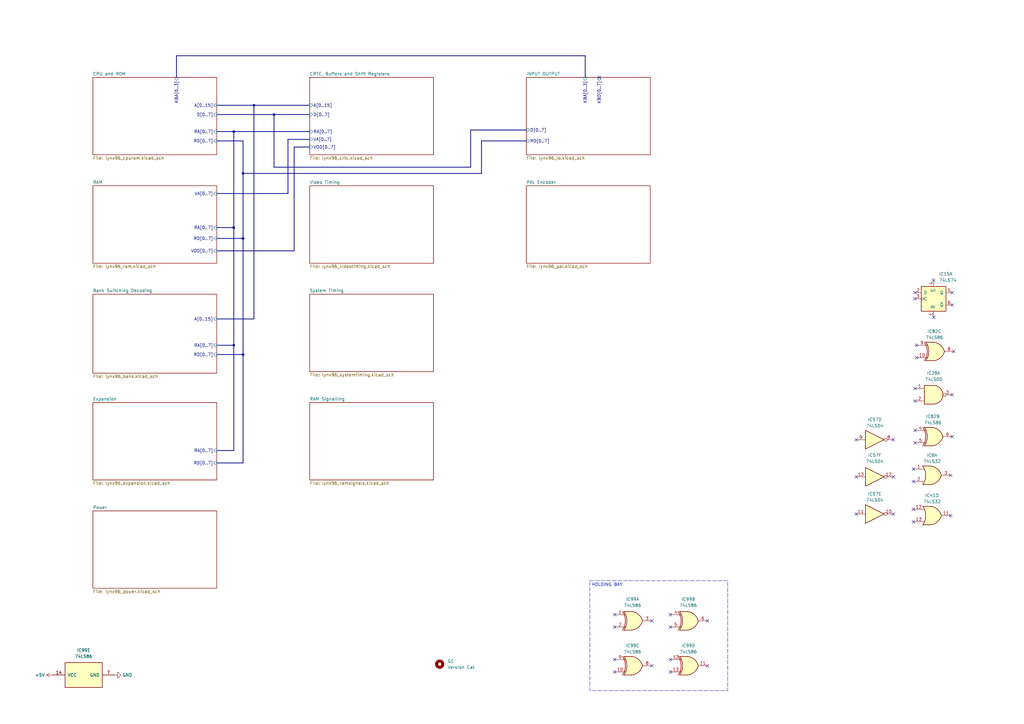
<source format=kicad_sch>
(kicad_sch (version 20230121) (generator eeschema)
  (paper "A3")
  (lib_symbols
    (symbol "74xx:74LS00" (pin_names (offset 1.016))
      (property "Reference" "U" (at 0 1.27 0))
      (property "Value" "74LS00" (at 0 -1.27 0))
      (symbol "74LS00_1_1"
        (arc (start 0 -3.81) (mid 3.7934 0) (end 0 3.81) (stroke (width 0.254)) (fill (type background)))
        (polyline (pts (xy 0 3.81) (xy -3.81 3.81) (xy -3.81 -3.81) (xy 0 -3.81)) (stroke (width 0.254)) (fill (type background)))
        (pin input line (at -7.62 2.54 0) (length 3.81) (name "~") (number "1"))
        (pin input line (at -7.62 -2.54 0) (length 3.81) (name "~") (number "2"))
        (pin output inverted (at 7.62 0 180) (length 3.81) (name "~") (number "3"))
      )
      (symbol "74LS00_1_2"
        (arc (start -3.81 -3.81) (mid -2.589 0) (end -3.81 3.81) (stroke (width 0.254)))
        (arc (start -0.6096 -3.81) (mid 2.1842 -2.5851) (end 3.81 0) (stroke (width 0.254)) (fill (type background)))
        (polyline (pts (xy -3.81 -3.81) (xy -0.635 -3.81)) (stroke (width 0.254)) (fill (type background)))
        (polyline (pts (xy -3.81 3.81) (xy -0.635 3.81)) (stroke (width 0.254)) (fill (type background)))
        (polyline (pts (xy -0.635 3.81) (xy -3.81 3.81) (xy -3.81 3.81) (xy -3.556 3.4036) (xy -3.0226 2.2606) (xy -2.6924 1.0414) (xy -2.6162 -0.254) (xy -2.7686 -1.4986) (xy -3.175 -2.7178) (xy -3.81 -3.81) (xy -3.81 -3.81) (xy -0.635 -3.81)) (stroke (width -25.4)) (fill (type background)))
        (arc (start 3.81 0) (mid 2.1915 2.5936) (end -0.6096 3.81) (stroke (width 0.254)) (fill (type background)))
        (pin input inverted (at -7.62 2.54 0) (length 4.318) (name "~") (number "1"))
        (pin input inverted (at -7.62 -2.54 0) (length 4.318) (name "~") (number "2"))
        (pin output line (at 7.62 0 180) (length 3.81) (name "~") (number "3"))
      )
      (symbol "74LS00_2_1"
        (arc (start 0 -3.81) (mid 3.7934 0) (end 0 3.81) (stroke (width 0.254)) (fill (type background)))
        (polyline (pts (xy 0 3.81) (xy -3.81 3.81) (xy -3.81 -3.81) (xy 0 -3.81)) (stroke (width 0.254)) (fill (type background)))
        (pin input line (at -7.62 2.54 0) (length 3.81) (name "~") (number "4"))
        (pin input line (at -7.62 -2.54 0) (length 3.81) (name "~") (number "5"))
        (pin output inverted (at 7.62 0 180) (length 3.81) (name "~") (number "6"))
      )
      (symbol "74LS00_2_2"
        (arc (start -3.81 -3.81) (mid -2.589 0) (end -3.81 3.81) (stroke (width 0.254)))
        (arc (start -0.6096 -3.81) (mid 2.1842 -2.5851) (end 3.81 0) (stroke (width 0.254)) (fill (type background)))
        (polyline (pts (xy -3.81 -3.81) (xy -0.635 -3.81)) (stroke (width 0.254)) (fill (type background)))
        (polyline (pts (xy -3.81 3.81) (xy -0.635 3.81)) (stroke (width 0.254)) (fill (type background)))
        (polyline (pts (xy -0.635 3.81) (xy -3.81 3.81) (xy -3.81 3.81) (xy -3.556 3.4036) (xy -3.0226 2.2606) (xy -2.6924 1.0414) (xy -2.6162 -0.254) (xy -2.7686 -1.4986) (xy -3.175 -2.7178) (xy -3.81 -3.81) (xy -3.81 -3.81) (xy -0.635 -3.81)) (stroke (width -25.4)) (fill (type background)))
        (arc (start 3.81 0) (mid 2.1915 2.5936) (end -0.6096 3.81) (stroke (width 0.254)) (fill (type background)))
        (pin input inverted (at -7.62 2.54 0) (length 4.318) (name "~") (number "4"))
        (pin input inverted (at -7.62 -2.54 0) (length 4.318) (name "~") (number "5"))
        (pin output line (at 7.62 0 180) (length 3.81) (name "~") (number "6"))
      )
      (symbol "74LS00_3_1"
        (arc (start 0 -3.81) (mid 3.7934 0) (end 0 3.81) (stroke (width 0.254)) (fill (type background)))
        (polyline (pts (xy 0 3.81) (xy -3.81 3.81) (xy -3.81 -3.81) (xy 0 -3.81)) (stroke (width 0.254)) (fill (type background)))
        (pin input line (at -7.62 -2.54 0) (length 3.81) (name "~") (number "10"))
        (pin output inverted (at 7.62 0 180) (length 3.81) (name "~") (number "8"))
        (pin input line (at -7.62 2.54 0) (length 3.81) (name "~") (number "9"))
      )
      (symbol "74LS00_3_2"
        (arc (start -3.81 -3.81) (mid -2.589 0) (end -3.81 3.81) (stroke (width 0.254)))
        (arc (start -0.6096 -3.81) (mid 2.1842 -2.5851) (end 3.81 0) (stroke (width 0.254)) (fill (type background)))
        (polyline (pts (xy -3.81 -3.81) (xy -0.635 -3.81)) (stroke (width 0.254)) (fill (type background)))
        (polyline (pts (xy -3.81 3.81) (xy -0.635 3.81)) (stroke (width 0.254)) (fill (type background)))
        (polyline (pts (xy -0.635 3.81) (xy -3.81 3.81) (xy -3.81 3.81) (xy -3.556 3.4036) (xy -3.0226 2.2606) (xy -2.6924 1.0414) (xy -2.6162 -0.254) (xy -2.7686 -1.4986) (xy -3.175 -2.7178) (xy -3.81 -3.81) (xy -3.81 -3.81) (xy -0.635 -3.81)) (stroke (width -25.4)) (fill (type background)))
        (arc (start 3.81 0) (mid 2.1915 2.5936) (end -0.6096 3.81) (stroke (width 0.254)) (fill (type background)))
        (pin input inverted (at -7.62 -2.54 0) (length 4.318) (name "~") (number "10"))
        (pin output line (at 7.62 0 180) (length 3.81) (name "~") (number "8"))
        (pin input inverted (at -7.62 2.54 0) (length 4.318) (name "~") (number "9"))
      )
      (symbol "74LS00_4_1"
        (arc (start 0 -3.81) (mid 3.7934 0) (end 0 3.81) (stroke (width 0.254)) (fill (type background)))
        (polyline (pts (xy 0 3.81) (xy -3.81 3.81) (xy -3.81 -3.81) (xy 0 -3.81)) (stroke (width 0.254)) (fill (type background)))
        (pin output inverted (at 7.62 0 180) (length 3.81) (name "~") (number "11"))
        (pin input line (at -7.62 2.54 0) (length 3.81) (name "~") (number "12"))
        (pin input line (at -7.62 -2.54 0) (length 3.81) (name "~") (number "13"))
      )
      (symbol "74LS00_4_2"
        (arc (start -3.81 -3.81) (mid -2.589 0) (end -3.81 3.81) (stroke (width 0.254)))
        (arc (start -0.6096 -3.81) (mid 2.1842 -2.5851) (end 3.81 0) (stroke (width 0.254)) (fill (type background)))
        (polyline (pts (xy -3.81 -3.81) (xy -0.635 -3.81)) (stroke (width 0.254)) (fill (type background)))
        (polyline (pts (xy -3.81 3.81) (xy -0.635 3.81)) (stroke (width 0.254)) (fill (type background)))
        (polyline (pts (xy -0.635 3.81) (xy -3.81 3.81) (xy -3.81 3.81) (xy -3.556 3.4036) (xy -3.0226 2.2606) (xy -2.6924 1.0414) (xy -2.6162 -0.254) (xy -2.7686 -1.4986) (xy -3.175 -2.7178) (xy -3.81 -3.81) (xy -3.81 -3.81) (xy -0.635 -3.81)) (stroke (width -25.4)) (fill (type background)))
        (arc (start 3.81 0) (mid 2.1915 2.5936) (end -0.6096 3.81) (stroke (width 0.254)) (fill (type background)))
        (pin output line (at 7.62 0 180) (length 3.81) (name "~") (number "11"))
        (pin input inverted (at -7.62 2.54 0) (length 4.318) (name "~") (number "12"))
        (pin input inverted (at -7.62 -2.54 0) (length 4.318) (name "~") (number "13"))
      )
      (symbol "74LS00_5_0"
        (pin power_in line (at 0 12.7 270) (length 5.08) (name "VCC") (number "14"))
        (pin power_in line (at 0 -12.7 90) (length 5.08) (name "GND") (number "7"))
      )
      (symbol "74LS00_5_1"
        (rectangle (start -5.08 7.62) (end 5.08 -7.62) (stroke (width 0.254)) (fill (type background)))
      )
    )
    (symbol "74xx:74LS04"
      (property "Reference" "U" (at 0 1.27 0))
      (property "Value" "74LS04" (at 0 -1.27 0))
      (symbol "74LS04_1_0"
        (polyline (pts (xy -3.81 3.81) (xy -3.81 -3.81) (xy 3.81 0) (xy -3.81 3.81)) (stroke (width 0.254)) (fill (type background)))
        (pin input line (at -7.62 0 0) (length 3.81) (name "~") (number "1"))
        (pin output inverted (at 7.62 0 180) (length 3.81) (name "~") (number "2"))
      )
      (symbol "74LS04_2_0"
        (polyline (pts (xy -3.81 3.81) (xy -3.81 -3.81) (xy 3.81 0) (xy -3.81 3.81)) (stroke (width 0.254)) (fill (type background)))
        (pin input line (at -7.62 0 0) (length 3.81) (name "~") (number "3"))
        (pin output inverted (at 7.62 0 180) (length 3.81) (name "~") (number "4"))
      )
      (symbol "74LS04_3_0"
        (polyline (pts (xy -3.81 3.81) (xy -3.81 -3.81) (xy 3.81 0) (xy -3.81 3.81)) (stroke (width 0.254)) (fill (type background)))
        (pin input line (at -7.62 0 0) (length 3.81) (name "~") (number "5"))
        (pin output inverted (at 7.62 0 180) (length 3.81) (name "~") (number "6"))
      )
      (symbol "74LS04_4_0"
        (polyline (pts (xy -3.81 3.81) (xy -3.81 -3.81) (xy 3.81 0) (xy -3.81 3.81)) (stroke (width 0.254)) (fill (type background)))
        (pin output inverted (at 7.62 0 180) (length 3.81) (name "~") (number "8"))
        (pin input line (at -7.62 0 0) (length 3.81) (name "~") (number "9"))
      )
      (symbol "74LS04_5_0"
        (polyline (pts (xy -3.81 3.81) (xy -3.81 -3.81) (xy 3.81 0) (xy -3.81 3.81)) (stroke (width 0.254)) (fill (type background)))
        (pin output inverted (at 7.62 0 180) (length 3.81) (name "~") (number "10"))
        (pin input line (at -7.62 0 0) (length 3.81) (name "~") (number "11"))
      )
      (symbol "74LS04_6_0"
        (polyline (pts (xy -3.81 3.81) (xy -3.81 -3.81) (xy 3.81 0) (xy -3.81 3.81)) (stroke (width 0.254)) (fill (type background)))
        (pin output inverted (at 7.62 0 180) (length 3.81) (name "~") (number "12"))
        (pin input line (at -7.62 0 0) (length 3.81) (name "~") (number "13"))
      )
      (symbol "74LS04_7_0"
        (pin power_in line (at 0 12.7 270) (length 5.08) (name "VCC") (number "14"))
        (pin power_in line (at 0 -12.7 90) (length 5.08) (name "GND") (number "7"))
      )
      (symbol "74LS04_7_1"
        (rectangle (start -5.08 7.62) (end 5.08 -7.62) (stroke (width 0.254)) (fill (type background)))
      )
    )
    (symbol "74xx:74LS32" (pin_names (offset 1.016))
      (property "Reference" "U" (at 0 1.27 0))
      (property "Value" "74LS32" (at 0 -1.27 0))
      (symbol "74LS32_1_1"
        (arc (start -3.81 -3.81) (mid -2.589 0) (end -3.81 3.81) (stroke (width 0.254)))
        (arc (start -0.6096 -3.81) (mid 2.1842 -2.5851) (end 3.81 0) (stroke (width 0.254)) (fill (type background)))
        (polyline (pts (xy -3.81 -3.81) (xy -0.635 -3.81)) (stroke (width 0.254)) (fill (type background)))
        (polyline (pts (xy -3.81 3.81) (xy -0.635 3.81)) (stroke (width 0.254)) (fill (type background)))
        (polyline (pts (xy -0.635 3.81) (xy -3.81 3.81) (xy -3.81 3.81) (xy -3.556 3.4036) (xy -3.0226 2.2606) (xy -2.6924 1.0414) (xy -2.6162 -0.254) (xy -2.7686 -1.4986) (xy -3.175 -2.7178) (xy -3.81 -3.81) (xy -3.81 -3.81) (xy -0.635 -3.81)) (stroke (width -25.4)) (fill (type background)))
        (arc (start 3.81 0) (mid 2.1915 2.5936) (end -0.6096 3.81) (stroke (width 0.254)) (fill (type background)))
        (pin input line (at -7.62 2.54 0) (length 4.318) (name "~") (number "1"))
        (pin input line (at -7.62 -2.54 0) (length 4.318) (name "~") (number "2"))
        (pin output line (at 7.62 0 180) (length 3.81) (name "~") (number "3"))
      )
      (symbol "74LS32_1_2"
        (arc (start 0 -3.81) (mid 3.7934 0) (end 0 3.81) (stroke (width 0.254)) (fill (type background)))
        (polyline (pts (xy 0 3.81) (xy -3.81 3.81) (xy -3.81 -3.81) (xy 0 -3.81)) (stroke (width 0.254)) (fill (type background)))
        (pin input inverted (at -7.62 2.54 0) (length 3.81) (name "~") (number "1"))
        (pin input inverted (at -7.62 -2.54 0) (length 3.81) (name "~") (number "2"))
        (pin output inverted (at 7.62 0 180) (length 3.81) (name "~") (number "3"))
      )
      (symbol "74LS32_2_1"
        (arc (start -3.81 -3.81) (mid -2.589 0) (end -3.81 3.81) (stroke (width 0.254)))
        (arc (start -0.6096 -3.81) (mid 2.1842 -2.5851) (end 3.81 0) (stroke (width 0.254)) (fill (type background)))
        (polyline (pts (xy -3.81 -3.81) (xy -0.635 -3.81)) (stroke (width 0.254)) (fill (type background)))
        (polyline (pts (xy -3.81 3.81) (xy -0.635 3.81)) (stroke (width 0.254)) (fill (type background)))
        (polyline (pts (xy -0.635 3.81) (xy -3.81 3.81) (xy -3.81 3.81) (xy -3.556 3.4036) (xy -3.0226 2.2606) (xy -2.6924 1.0414) (xy -2.6162 -0.254) (xy -2.7686 -1.4986) (xy -3.175 -2.7178) (xy -3.81 -3.81) (xy -3.81 -3.81) (xy -0.635 -3.81)) (stroke (width -25.4)) (fill (type background)))
        (arc (start 3.81 0) (mid 2.1915 2.5936) (end -0.6096 3.81) (stroke (width 0.254)) (fill (type background)))
        (pin input line (at -7.62 2.54 0) (length 4.318) (name "~") (number "4"))
        (pin input line (at -7.62 -2.54 0) (length 4.318) (name "~") (number "5"))
        (pin output line (at 7.62 0 180) (length 3.81) (name "~") (number "6"))
      )
      (symbol "74LS32_2_2"
        (arc (start 0 -3.81) (mid 3.7934 0) (end 0 3.81) (stroke (width 0.254)) (fill (type background)))
        (polyline (pts (xy 0 3.81) (xy -3.81 3.81) (xy -3.81 -3.81) (xy 0 -3.81)) (stroke (width 0.254)) (fill (type background)))
        (pin input inverted (at -7.62 2.54 0) (length 3.81) (name "~") (number "4"))
        (pin input inverted (at -7.62 -2.54 0) (length 3.81) (name "~") (number "5"))
        (pin output inverted (at 7.62 0 180) (length 3.81) (name "~") (number "6"))
      )
      (symbol "74LS32_3_1"
        (arc (start -3.81 -3.81) (mid -2.589 0) (end -3.81 3.81) (stroke (width 0.254)))
        (arc (start -0.6096 -3.81) (mid 2.1842 -2.5851) (end 3.81 0) (stroke (width 0.254)) (fill (type background)))
        (polyline (pts (xy -3.81 -3.81) (xy -0.635 -3.81)) (stroke (width 0.254)) (fill (type background)))
        (polyline (pts (xy -3.81 3.81) (xy -0.635 3.81)) (stroke (width 0.254)) (fill (type background)))
        (polyline (pts (xy -0.635 3.81) (xy -3.81 3.81) (xy -3.81 3.81) (xy -3.556 3.4036) (xy -3.0226 2.2606) (xy -2.6924 1.0414) (xy -2.6162 -0.254) (xy -2.7686 -1.4986) (xy -3.175 -2.7178) (xy -3.81 -3.81) (xy -3.81 -3.81) (xy -0.635 -3.81)) (stroke (width -25.4)) (fill (type background)))
        (arc (start 3.81 0) (mid 2.1915 2.5936) (end -0.6096 3.81) (stroke (width 0.254)) (fill (type background)))
        (pin input line (at -7.62 -2.54 0) (length 4.318) (name "~") (number "10"))
        (pin output line (at 7.62 0 180) (length 3.81) (name "~") (number "8"))
        (pin input line (at -7.62 2.54 0) (length 4.318) (name "~") (number "9"))
      )
      (symbol "74LS32_3_2"
        (arc (start 0 -3.81) (mid 3.7934 0) (end 0 3.81) (stroke (width 0.254)) (fill (type background)))
        (polyline (pts (xy 0 3.81) (xy -3.81 3.81) (xy -3.81 -3.81) (xy 0 -3.81)) (stroke (width 0.254)) (fill (type background)))
        (pin input inverted (at -7.62 -2.54 0) (length 3.81) (name "~") (number "10"))
        (pin output inverted (at 7.62 0 180) (length 3.81) (name "~") (number "8"))
        (pin input inverted (at -7.62 2.54 0) (length 3.81) (name "~") (number "9"))
      )
      (symbol "74LS32_4_1"
        (arc (start -3.81 -3.81) (mid -2.589 0) (end -3.81 3.81) (stroke (width 0.254)))
        (arc (start -0.6096 -3.81) (mid 2.1842 -2.5851) (end 3.81 0) (stroke (width 0.254)) (fill (type background)))
        (polyline (pts (xy -3.81 -3.81) (xy -0.635 -3.81)) (stroke (width 0.254)) (fill (type background)))
        (polyline (pts (xy -3.81 3.81) (xy -0.635 3.81)) (stroke (width 0.254)) (fill (type background)))
        (polyline (pts (xy -0.635 3.81) (xy -3.81 3.81) (xy -3.81 3.81) (xy -3.556 3.4036) (xy -3.0226 2.2606) (xy -2.6924 1.0414) (xy -2.6162 -0.254) (xy -2.7686 -1.4986) (xy -3.175 -2.7178) (xy -3.81 -3.81) (xy -3.81 -3.81) (xy -0.635 -3.81)) (stroke (width -25.4)) (fill (type background)))
        (arc (start 3.81 0) (mid 2.1915 2.5936) (end -0.6096 3.81) (stroke (width 0.254)) (fill (type background)))
        (pin output line (at 7.62 0 180) (length 3.81) (name "~") (number "11"))
        (pin input line (at -7.62 2.54 0) (length 4.318) (name "~") (number "12"))
        (pin input line (at -7.62 -2.54 0) (length 4.318) (name "~") (number "13"))
      )
      (symbol "74LS32_4_2"
        (arc (start 0 -3.81) (mid 3.7934 0) (end 0 3.81) (stroke (width 0.254)) (fill (type background)))
        (polyline (pts (xy 0 3.81) (xy -3.81 3.81) (xy -3.81 -3.81) (xy 0 -3.81)) (stroke (width 0.254)) (fill (type background)))
        (pin output inverted (at 7.62 0 180) (length 3.81) (name "~") (number "11"))
        (pin input inverted (at -7.62 2.54 0) (length 3.81) (name "~") (number "12"))
        (pin input inverted (at -7.62 -2.54 0) (length 3.81) (name "~") (number "13"))
      )
      (symbol "74LS32_5_0"
        (pin power_in line (at 0 12.7 270) (length 5.08) (name "VCC") (number "14"))
        (pin power_in line (at 0 -12.7 90) (length 5.08) (name "GND") (number "7"))
      )
      (symbol "74LS32_5_1"
        (rectangle (start -5.08 7.62) (end 5.08 -7.62) (stroke (width 0.254)) (fill (type background)))
      )
    )
    (symbol "74xx:74LS74" (pin_names (offset 1.016))
      (property "Reference" "U" (at -7.62 8.89 0))
      (property "Value" "74LS74" (at -7.62 -8.89 0))
      (symbol "74LS74_1_0"
        (pin input line (at 0 -7.62 90) (length 2.54) (name "~{R}") (number "1"))
        (pin input line (at -7.62 2.54 0) (length 2.54) (name "D") (number "2"))
        (pin input clock (at -7.62 0 0) (length 2.54) (name "C") (number "3"))
        (pin input line (at 0 7.62 270) (length 2.54) (name "~{S}") (number "4"))
        (pin output line (at 7.62 2.54 180) (length 2.54) (name "Q") (number "5"))
        (pin output line (at 7.62 -2.54 180) (length 2.54) (name "~{Q}") (number "6"))
      )
      (symbol "74LS74_1_1"
        (rectangle (start -5.08 5.08) (end 5.08 -5.08) (stroke (width 0.254)) (fill (type background)))
      )
      (symbol "74LS74_2_0"
        (pin input line (at 0 7.62 270) (length 2.54) (name "~{S}") (number "10"))
        (pin input clock (at -7.62 0 0) (length 2.54) (name "C") (number "11"))
        (pin input line (at -7.62 2.54 0) (length 2.54) (name "D") (number "12"))
        (pin input line (at 0 -7.62 90) (length 2.54) (name "~{R}") (number "13"))
        (pin output line (at 7.62 -2.54 180) (length 2.54) (name "~{Q}") (number "8"))
        (pin output line (at 7.62 2.54 180) (length 2.54) (name "Q") (number "9"))
      )
      (symbol "74LS74_2_1"
        (rectangle (start -5.08 5.08) (end 5.08 -5.08) (stroke (width 0.254)) (fill (type background)))
      )
      (symbol "74LS74_3_0"
        (pin power_in line (at 0 10.16 270) (length 2.54) (name "VCC") (number "14"))
        (pin power_in line (at 0 -10.16 90) (length 2.54) (name "GND") (number "7"))
      )
      (symbol "74LS74_3_1"
        (rectangle (start -5.08 7.62) (end 5.08 -7.62) (stroke (width 0.254)) (fill (type background)))
      )
    )
    (symbol "74xx:74LS86" (pin_names (offset 1.016))
      (property "Reference" "U" (at 0 1.27 0))
      (property "Value" "74LS86" (at 0 -1.27 0))
      (symbol "74LS86_1_0"
        (arc (start -4.4196 -3.81) (mid -3.2033 0) (end -4.4196 3.81) (stroke (width 0.254)))
        (arc (start -3.81 -3.81) (mid -2.589 0) (end -3.81 3.81) (stroke (width 0.254)))
        (arc (start -0.6096 -3.81) (mid 2.1842 -2.5851) (end 3.81 0) (stroke (width 0.254)) (fill (type background)))
        (polyline (pts (xy -3.81 -3.81) (xy -0.635 -3.81)) (stroke (width 0.254)) (fill (type background)))
        (polyline (pts (xy -3.81 3.81) (xy -0.635 3.81)) (stroke (width 0.254)) (fill (type background)))
        (polyline (pts (xy -0.635 3.81) (xy -3.81 3.81) (xy -3.81 3.81) (xy -3.556 3.4036) (xy -3.0226 2.2606) (xy -2.6924 1.0414) (xy -2.6162 -0.254) (xy -2.7686 -1.4986) (xy -3.175 -2.7178) (xy -3.81 -3.81) (xy -3.81 -3.81) (xy -0.635 -3.81)) (stroke (width -25.4)) (fill (type background)))
        (arc (start 3.81 0) (mid 2.1915 2.5936) (end -0.6096 3.81) (stroke (width 0.254)) (fill (type background)))
        (pin input line (at -7.62 2.54 0) (length 4.445) (name "~") (number "1"))
        (pin input line (at -7.62 -2.54 0) (length 4.445) (name "~") (number "2"))
        (pin output line (at 7.62 0 180) (length 3.81) (name "~") (number "3"))
      )
      (symbol "74LS86_1_1"
        (polyline (pts (xy -3.81 -2.54) (xy -3.175 -2.54)) (stroke (width 0.1524)))
        (polyline (pts (xy -3.81 2.54) (xy -3.175 2.54)) (stroke (width 0.1524)))
      )
      (symbol "74LS86_2_0"
        (arc (start -4.4196 -3.81) (mid -3.2033 0) (end -4.4196 3.81) (stroke (width 0.254)))
        (arc (start -3.81 -3.81) (mid -2.589 0) (end -3.81 3.81) (stroke (width 0.254)))
        (arc (start -0.6096 -3.81) (mid 2.1842 -2.5851) (end 3.81 0) (stroke (width 0.254)) (fill (type background)))
        (polyline (pts (xy -3.81 -3.81) (xy -0.635 -3.81)) (stroke (width 0.254)) (fill (type background)))
        (polyline (pts (xy -3.81 3.81) (xy -0.635 3.81)) (stroke (width 0.254)) (fill (type background)))
        (polyline (pts (xy -0.635 3.81) (xy -3.81 3.81) (xy -3.81 3.81) (xy -3.556 3.4036) (xy -3.0226 2.2606) (xy -2.6924 1.0414) (xy -2.6162 -0.254) (xy -2.7686 -1.4986) (xy -3.175 -2.7178) (xy -3.81 -3.81) (xy -3.81 -3.81) (xy -0.635 -3.81)) (stroke (width -25.4)) (fill (type background)))
        (arc (start 3.81 0) (mid 2.1915 2.5936) (end -0.6096 3.81) (stroke (width 0.254)) (fill (type background)))
        (pin input line (at -7.62 2.54 0) (length 4.445) (name "~") (number "4"))
        (pin input line (at -7.62 -2.54 0) (length 4.445) (name "~") (number "5"))
        (pin output line (at 7.62 0 180) (length 3.81) (name "~") (number "6"))
      )
      (symbol "74LS86_2_1"
        (polyline (pts (xy -3.81 -2.54) (xy -3.175 -2.54)) (stroke (width 0.1524)))
        (polyline (pts (xy -3.81 2.54) (xy -3.175 2.54)) (stroke (width 0.1524)))
      )
      (symbol "74LS86_3_0"
        (arc (start -4.4196 -3.81) (mid -3.2033 0) (end -4.4196 3.81) (stroke (width 0.254)))
        (arc (start -3.81 -3.81) (mid -2.589 0) (end -3.81 3.81) (stroke (width 0.254)))
        (arc (start -0.6096 -3.81) (mid 2.1842 -2.5851) (end 3.81 0) (stroke (width 0.254)) (fill (type background)))
        (polyline (pts (xy -3.81 -3.81) (xy -0.635 -3.81)) (stroke (width 0.254)) (fill (type background)))
        (polyline (pts (xy -3.81 3.81) (xy -0.635 3.81)) (stroke (width 0.254)) (fill (type background)))
        (polyline (pts (xy -0.635 3.81) (xy -3.81 3.81) (xy -3.81 3.81) (xy -3.556 3.4036) (xy -3.0226 2.2606) (xy -2.6924 1.0414) (xy -2.6162 -0.254) (xy -2.7686 -1.4986) (xy -3.175 -2.7178) (xy -3.81 -3.81) (xy -3.81 -3.81) (xy -0.635 -3.81)) (stroke (width -25.4)) (fill (type background)))
        (arc (start 3.81 0) (mid 2.1915 2.5936) (end -0.6096 3.81) (stroke (width 0.254)) (fill (type background)))
        (pin input line (at -7.62 -2.54 0) (length 4.445) (name "~") (number "10"))
        (pin output line (at 7.62 0 180) (length 3.81) (name "~") (number "8"))
        (pin input line (at -7.62 2.54 0) (length 4.445) (name "~") (number "9"))
      )
      (symbol "74LS86_3_1"
        (polyline (pts (xy -3.81 -2.54) (xy -3.175 -2.54)) (stroke (width 0.1524)))
        (polyline (pts (xy -3.81 2.54) (xy -3.175 2.54)) (stroke (width 0.1524)))
      )
      (symbol "74LS86_4_0"
        (arc (start -4.4196 -3.81) (mid -3.2033 0) (end -4.4196 3.81) (stroke (width 0.254)))
        (arc (start -3.81 -3.81) (mid -2.589 0) (end -3.81 3.81) (stroke (width 0.254)))
        (arc (start -0.6096 -3.81) (mid 2.1842 -2.5851) (end 3.81 0) (stroke (width 0.254)) (fill (type background)))
        (polyline (pts (xy -3.81 -3.81) (xy -0.635 -3.81)) (stroke (width 0.254)) (fill (type background)))
        (polyline (pts (xy -3.81 3.81) (xy -0.635 3.81)) (stroke (width 0.254)) (fill (type background)))
        (polyline (pts (xy -0.635 3.81) (xy -3.81 3.81) (xy -3.81 3.81) (xy -3.556 3.4036) (xy -3.0226 2.2606) (xy -2.6924 1.0414) (xy -2.6162 -0.254) (xy -2.7686 -1.4986) (xy -3.175 -2.7178) (xy -3.81 -3.81) (xy -3.81 -3.81) (xy -0.635 -3.81)) (stroke (width -25.4)) (fill (type background)))
        (arc (start 3.81 0) (mid 2.1915 2.5936) (end -0.6096 3.81) (stroke (width 0.254)) (fill (type background)))
        (pin output line (at 7.62 0 180) (length 3.81) (name "~") (number "11"))
        (pin input line (at -7.62 2.54 0) (length 4.445) (name "~") (number "12"))
        (pin input line (at -7.62 -2.54 0) (length 4.445) (name "~") (number "13"))
      )
      (symbol "74LS86_4_1"
        (polyline (pts (xy -3.81 -2.54) (xy -3.175 -2.54)) (stroke (width 0.1524)))
        (polyline (pts (xy -3.81 2.54) (xy -3.175 2.54)) (stroke (width 0.1524)))
      )
      (symbol "74LS86_5_0"
        (pin power_in line (at 0 12.7 270) (length 5.08) (name "VCC") (number "14"))
        (pin power_in line (at 0 -12.7 90) (length 5.08) (name "GND") (number "7"))
      )
      (symbol "74LS86_5_1"
        (rectangle (start -5.08 7.62) (end 5.08 -7.62) (stroke (width 0.254)) (fill (type background)))
      )
    )
    (symbol "Mechanical:MountingHole" (pin_names (offset 1.016))
      (property "Reference" "H" (at 0 5.08 0))
      (property "Value" "MountingHole" (at 0 3.175 0))
      (symbol "MountingHole_0_1"
        (circle (center 0 0) (radius 1.27) (stroke (width 1.27)))
      )
    )
    (symbol "power:+5V" (power) (pin_names (offset 0))
      (property "Value" "+5V" (at 0 3.556 0))
      (symbol "+5V_0_1"
        (polyline (pts (xy -0.762 1.27) (xy 0 2.54)))
        (polyline (pts (xy 0 0) (xy 0 2.54)))
        (polyline (pts (xy 0 2.54) (xy 0.762 1.27)))
      )
      (symbol "+5V_1_1"
        (pin power_in line (at 0 0 90) (length 0) hide (name "+5V") (number "1"))
      )
    )
    (symbol "power:GND" (power) (pin_names (offset 0))
      (property "Value" "GND" (at 0 -3.81 0))
      (symbol "GND_0_1"
        (polyline (pts (xy 0 0) (xy 0 -1.27) (xy 1.27 -1.27) (xy 0 -2.54) (xy -1.27 -1.27) (xy 0 -1.27)))
      )
      (symbol "GND_1_1"
        (pin power_in line (at 0 0 270) (length 0) hide (name "GND") (number "1"))
      )
    )
  )
  (junction (at 95.885 93.345))
  (junction (at 112.395 46.99))
  (junction (at 104.14 43.18))
  (junction (at 99.695 145.415))
  (junction (at 95.885 53.975))
  (junction (at 95.885 141.605))
  (junction (at 99.695 71.12))
  (junction (at 99.695 97.79))
  (no_connect (at 366.395 180.34))
  (no_connect (at 267.335 273.05))
  (no_connect (at 274.955 257.175))
  (no_connect (at 274.955 275.59))
  (no_connect (at 252.095 275.59))
  (no_connect (at 391.16 144.145))
  (no_connect (at 290.195 254.635))
  (no_connect (at 351.155 210.82))
  (no_connect (at 274.955 252.095))
  (no_connect (at 252.095 270.51))
  (no_connect (at 274.955 270.51))
  (no_connect (at 374.65 213.995))
  (no_connect (at 375.285 122.555))
  (no_connect (at 366.395 210.82))
  (no_connect (at 375.92 146.685))
  (no_connect (at 390.525 179.07))
  (no_connect (at 389.89 211.455))
  (no_connect (at 252.095 257.175))
  (no_connect (at 252.095 252.095))
  (no_connect (at 382.905 114.935))
  (no_connect (at 351.155 195.58))
  (no_connect (at 375.285 159.385))
  (no_connect (at 375.285 120.015))
  (no_connect (at 245.745 31.75))
  (no_connect (at 375.92 141.605))
  (no_connect (at 375.285 164.465))
  (no_connect (at 390.525 125.095))
  (no_connect (at 374.65 192.405))
  (no_connect (at 375.285 176.53))
  (no_connect (at 390.525 161.925))
  (no_connect (at 389.89 194.945))
  (no_connect (at 374.65 208.915))
  (no_connect (at 382.905 130.175))
  (no_connect (at 290.195 273.05))
  (no_connect (at 375.285 181.61))
  (no_connect (at 374.65 197.485))
  (no_connect (at 267.335 254.635))
  (no_connect (at 390.525 120.015))
  (no_connect (at 351.155 180.34))
  (no_connect (at 366.395 195.58))
  (bus (pts (xy 88.9 79.375) (xy 118.11 79.375)))
  (bus (pts (xy 118.11 79.375) (xy 118.11 57.15)))
  (bus (pts (xy 88.9 57.785) (xy 99.695 57.785)))
  (bus (pts (xy 120.65 60.325) (xy 127 60.325)))
  (bus (pts (xy 120.65 102.87) (xy 120.65 60.325)))
  (bus (pts (xy 240.03 22.86) (xy 72.39 22.86)))
  (bus (pts (xy 197.485 57.785) (xy 197.485 71.12)))
  (bus (pts (xy 88.9 189.865) (xy 99.695 189.865)))
  (bus (pts (xy 99.695 97.79) (xy 99.695 145.415)))
  (bus (pts (xy 88.9 93.345) (xy 95.885 93.345)))
  (bus (pts (xy 95.885 141.605) (xy 95.885 184.785)))
  (bus (pts (xy 193.04 53.34) (xy 215.9 53.34)))
  (bus (pts (xy 112.395 68.58) (xy 193.04 68.58)))
  (bus (pts (xy 112.395 46.99) (xy 112.395 68.58)))
  (bus (pts (xy 88.9 184.785) (xy 95.885 184.785)))
  (bus (pts (xy 88.9 46.99) (xy 112.395 46.99)))
  (bus (pts (xy 104.14 130.81) (xy 104.14 43.18)))
  (bus (pts (xy 88.9 53.975) (xy 95.885 53.975)))
  (bus (pts (xy 197.485 71.12) (xy 99.695 71.12)))
  (bus (pts (xy 88.9 130.81) (xy 104.14 130.81)))
  (bus (pts (xy 88.9 102.87) (xy 120.65 102.87)))
  (bus (pts (xy 88.9 43.18) (xy 104.14 43.18)))
  (bus (pts (xy 88.9 145.415) (xy 99.695 145.415)))
  (bus (pts (xy 240.03 31.75) (xy 240.03 22.86)))
  (bus (pts (xy 193.04 68.58) (xy 193.04 53.34)))
  (bus (pts (xy 99.695 57.785) (xy 99.695 71.12)))
  (bus (pts (xy 95.885 53.975) (xy 95.885 93.345)))
  (bus (pts (xy 95.885 53.975) (xy 127 53.975)))
  (bus (pts (xy 215.9 57.785) (xy 197.485 57.785)))
  (bus (pts (xy 88.9 141.605) (xy 95.885 141.605)))
  (bus (pts (xy 104.14 43.18) (xy 127 43.18)))
  (bus (pts (xy 118.11 57.15) (xy 127 57.15)))
  (bus (pts (xy 112.395 46.99) (xy 127 46.99)))
  (bus (pts (xy 72.39 22.86) (xy 72.39 31.75)))
  (bus (pts (xy 88.9 97.79) (xy 99.695 97.79)))
  (bus (pts (xy 95.885 93.345) (xy 95.885 141.605)))
  (bus (pts (xy 99.695 71.12) (xy 99.695 97.79)))
  (bus (pts (xy 99.695 145.415) (xy 99.695 189.865)))
  (rectangle (start 241.935 238.125) (end 298.45 283.21) (stroke (width 0) (type dash)))
  (text "HOLDING BAY" (at 242.57 240.665 0) (effects (font (size 1.27 1.27)) (justify left bottom)))
  (symbol (lib_id "power:+5V") (at 21.59 276.86 90) (unit 1)
    (property "Reference" "#PWR0294" (effects hide))
    (property "Value" "+5V" (at 18.415 276.86 90) (effects (justify left)))
  )
  (symbol (lib_id "74xx:74LS86") (at 282.575 273.05 0) (unit 4)
    (property "Reference" "IC99" (at 282.2702 264.795 0))
    (property "Value" "74LS86" (at 282.2702 267.335 0))
    (property "Footprint" "96K-Lynx:FAKE" (effects hide))
    (property "Datasheet" "74xx/74ls86.pdf" (effects hide))
  )
  (symbol (lib_id "Mechanical:MountingHole") (at 180.34 272.415 0) (unit 1)
    (property "Reference" "G1" (at 183.515 271.145 0) (effects (justify left)))
    (property "Value" "Version Cat" (at 183.515 273.685 0) (effects (justify left)))
    (property "Footprint" "96K-Lynx:v1ncat" (effects hide))
  )
  (symbol (lib_id "74xx:74LS86") (at 282.575 254.635 0) (unit 2)
    (property "Reference" "IC99" (at 282.2702 245.745 0))
    (property "Value" "74LS86" (at 282.2702 248.285 0))
    (property "Footprint" "96K-Lynx:FAKE" (effects hide))
    (property "Datasheet" "74xx/74ls86.pdf" (effects hide))
  )
  (symbol (lib_id "74xx:74LS04") (at 358.775 210.82 0) (unit 5)
    (property "Reference" "IC57" (at 358.775 202.565 0))
    (property "Value" "74LS04" (at 358.775 205.105 0))
    (property "Footprint" "96K-Lynx:DIP-14_W7.62mm" (effects hide))
    (property "Datasheet" "http://www.ti.com/lit/gpn/sn74LS04" (effects hide))
  )
  (symbol (lib_id "74xx:74LS86") (at 34.29 276.86 90) (unit 5)
    (property "Reference" "IC99" (at 34.29 266.7 90))
    (property "Value" "74LS86" (at 34.29 269.24 90))
    (property "Footprint" "96K-Lynx:FAKE" (effects hide))
    (property "Datasheet" "74xx/74ls86.pdf" (effects hide))
  )
  (symbol (lib_id "74xx:74LS32") (at 382.27 211.455 0) (unit 4)
    (property "Reference" "IC41" (at 382.27 203.2 0))
    (property "Value" "74LS32" (at 382.27 205.74 0))
    (property "Footprint" "96K-Lynx:DIP-14_W7.62mm" (effects hide))
    (property "Datasheet" "http://www.ti.com/lit/gpn/sn74LS32" (effects hide))
  )
  (symbol (lib_id "power:GND") (at 46.99 276.86 90) (unit 1)
    (property "Reference" "#PWR0295" (effects hide))
    (property "Value" "GND" (at 50.165 276.86 90) (effects (justify right)))
  )
  (symbol (lib_id "74xx:74LS04") (at 358.775 195.58 0) (unit 6)
    (property "Reference" "IC57" (at 358.775 186.69 0))
    (property "Value" "74LS04" (at 358.775 189.23 0))
    (property "Footprint" "96K-Lynx:DIP-14_W7.62mm" (effects hide))
    (property "Datasheet" "http://www.ti.com/lit/gpn/sn74LS04" (effects hide))
  )
  (symbol (lib_id "74xx:74LS74") (at 382.905 122.555 0) (unit 1)
    (property "Reference" "IC15" (at 385.0991 112.395 0) (effects (justify left)))
    (property "Value" "74LS74" (at 385.0991 114.935 0) (effects (justify left)))
    (property "Footprint" "96K-Lynx:DIP-14_W7.62mm" (effects hide))
    (property "Datasheet" "74xx/74hc_hct74.pdf" (effects hide))
  )
  (symbol (lib_id "74xx:74LS86") (at 382.905 179.07 0) (unit 2)
    (property "Reference" "IC82" (at 382.6002 170.815 0))
    (property "Value" "74LS86" (at 382.6002 173.355 0))
    (property "Footprint" "96K-Lynx:DIP-14_W7.62mm" (effects hide))
    (property "Datasheet" "74xx/74ls86.pdf" (effects hide))
  )
  (symbol (lib_id "74xx:74LS86") (at 259.715 254.635 0) (unit 1)
    (property "Reference" "IC99" (at 259.4102 245.745 0))
    (property "Value" "74LS86" (at 259.4102 248.285 0))
    (property "Footprint" "96K-Lynx:FAKE" (effects hide))
    (property "Datasheet" "74xx/74ls86.pdf" (effects hide))
  )
  (symbol (lib_id "74xx:74LS86") (at 259.715 273.05 0) (unit 3)
    (property "Reference" "IC99" (at 259.4102 264.795 0))
    (property "Value" "74LS86" (at 259.4102 267.335 0))
    (property "Footprint" "96K-Lynx:FAKE" (effects hide))
    (property "Datasheet" "74xx/74ls86.pdf" (effects hide))
  )
  (symbol (lib_id "74xx:74LS86") (at 383.54 144.145 0) (unit 3)
    (property "Reference" "IC82" (at 383.2352 135.89 0))
    (property "Value" "74LS86" (at 383.2352 138.43 0))
    (property "Footprint" "96K-Lynx:DIP-14_W7.62mm" (effects hide))
    (property "Datasheet" "74xx/74ls86.pdf" (effects hide))
  )
  (symbol (lib_id "74xx:74LS00") (at 382.905 161.925 0) (unit 1)
    (property "Reference" "IC28" (at 382.8967 153.035 0))
    (property "Value" "74LS00" (at 382.8967 155.575 0))
    (property "Footprint" "96K-Lynx:DIP-14_W7.62mm" (effects hide))
    (property "Datasheet" "http://www.ti.com/lit/gpn/sn74ls00" (effects hide))
  )
  (symbol (lib_id "74xx:74LS04") (at 358.775 180.34 0) (unit 4)
    (property "Reference" "IC57" (at 358.775 172.085 0))
    (property "Value" "74LS04" (at 358.775 174.625 0))
    (property "Footprint" "96K-Lynx:DIP-14_W7.62mm" (effects hide))
    (property "Datasheet" "http://www.ti.com/lit/gpn/sn74LS04" (effects hide))
  )
  (symbol (lib_id "74xx:74LS32") (at 382.27 194.945 0) (unit 1)
    (property "Reference" "IC8" (at 382.27 186.69 0))
    (property "Value" "74LS32" (at 382.27 189.23 0))
    (property "Footprint" "96K-Lynx:DIP-14_W7.62mm" (effects hide))
    (property "Datasheet" "http://www.ti.com/lit/gpn/sn74LS32" (effects hide))
  )
  (sheet (at 38.1 120.65) (size 50.8 32.385) (stroke (width 0.1524))
    (property "Sheetname" "Bank Switching Decoding" (at 38.1 119.9384 0) (effects (justify left bottom)))
    (property "Sheetfile" "lynx96_bank.kicad_sch" (at 38.1 153.6196 0) (effects (justify left top)))
    (pin "RA[0..7]" input (at 88.9 141.605 0))
    (pin "RD[0..7]" input (at 88.9 145.415 0))
    (pin "A[0..15]" input (at 88.9 130.81 0))
  )
  (sheet (at 38.1 165.1) (size 50.8 31.75) (stroke (width 0.1524))
    (property "Sheetname" "Expansion" (at 38.1 164.3884 0) (effects (justify left bottom)))
    (property "Sheetfile" "lynx96_expansion.kicad_sch" (at 38.1 197.4346 0) (effects (justify left top)))
    (pin "RA[0..7]" input (at 88.9 184.785 0))
    (pin "RD[0..7]" input (at 88.9 189.865 0))
  )
  (sheet (at 215.9 76.2) (size 50.8 31.75) (stroke (width 0.1524))
    (property "Sheetname" "PAL Encoder" (at 215.9 75.4884 0) (effects (justify left bottom)))
    (property "Sheetfile" "lynx96_pal.kicad_sch" (at 215.9 108.5346 0) (effects (justify left top)))
  )
  (sheet (at 38.1 209.55) (size 50.8 31.75) (stroke (width 0.1524))
    (property "Sheetname" "Power" (at 38.1 208.8384 0) (effects (justify left bottom)))
    (property "Sheetfile" "lynx96_power.kicad_sch" (at 38.1 241.8846 0) (effects (justify left top)))
  )
  (sheet (at 127 120.65) (size 50.8 31.75) (stroke (width 0.1524))
    (property "Sheetname" "System Timing" (at 127 119.9384 0) (effects (justify left bottom)))
    (property "Sheetfile" "lynx96_systemtiming.kicad_sch" (at 127 152.9846 0) (effects (justify left top)))
  )
  (sheet (at 38.1 31.75) (size 50.8 31.75) (stroke (width 0.1524))
    (property "Sheetname" "CPU and ROM" (at 38.1 31.0384 0) (effects (justify left bottom)))
    (property "Sheetfile" "lynx96_cpurom.kicad_sch" (at 38.1 64.0846 0) (effects (justify left top)))
    (pin "A[0..15]" input (at 88.9 43.18 0))
    (pin "D[0..7]" input (at 88.9 46.99 0))
    (pin "RA[0..7]" input (at 88.9 53.975 0))
    (pin "RD[0..7]" input (at 88.9 57.785 0))
    (pin "KBA[0..3]" input (at 72.39 31.75 90))
  )
  (sheet (at 127 165.1) (size 50.8 31.75) (stroke (width 0.1524))
    (property "Sheetname" "RAM Signalling" (at 127 164.3884 0) (effects (justify left bottom)))
    (property "Sheetfile" "lynx96_ramsignals.kicad_sch" (at 127 197.4346 0) (effects (justify left top)))
  )
  (sheet (at 127 76.2) (size 50.8 31.75) (stroke (width 0.1524))
    (property "Sheetname" "Video Timing" (at 127 75.4884 0) (effects (justify left bottom)))
    (property "Sheetfile" "lynx96_videotiming.kicad_sch" (at 127 108.5346 0) (effects (justify left top)))
  )
  (sheet (at 127 31.75) (size 50.8 31.75) (stroke (width 0.1524))
    (property "Sheetname" "CRTC, Buffers and Shift Registers" (at 127 31.0384 0) (effects (justify left bottom)))
    (property "Sheetfile" "lynx96_crtc.kicad_sch" (at 127 64.0846 0) (effects (justify left top)))
    (pin "RA[0..7]" input (at 127 53.975 180))
    (pin "D[0..7]" input (at 127 46.99 180))
    (pin "VA[0..7]" input (at 127 57.15 180))
    (pin "VOD[0..7]" input (at 127 60.325 180))
    (pin "A[0..15]" input (at 127 43.18 180))
  )
  (sheet (at 215.9 31.75) (size 50.8 31.75) (stroke (width 0.1524))
    (property "Sheetname" "INPUT OUTPUT" (at 215.9 31.0384 0) (effects (justify left bottom)))
    (property "Sheetfile" "lynx96_io.kicad_sch" (at 215.9 64.0846 0) (effects (justify left top)))
    (pin "KBA[0..3]" input (at 240.03 31.75 90))
    (pin "KBD[0..7]" input (at 245.745 31.75 90))
    (pin "RD[0..7]" input (at 215.9 57.785 180))
    (pin "D[0..7]" input (at 215.9 53.34 180))
  )
  (sheet (at 38.1 76.2) (size 50.8 31.75) (stroke (width 0.1524))
    (property "Sheetname" "RAM" (at 38.1 75.4884 0) (effects (justify left bottom)))
    (property "Sheetfile" "lynx96_ram.kicad_sch" (at 38.1 108.5346 0) (effects (justify left top)))
    (pin "RA[0..7]" input (at 88.9 93.345 0))
    (pin "RD[0..7]" input (at 88.9 97.79 0))
    (pin "VOD[0..7]" input (at 88.9 102.87 0))
    (pin "VA[0..7]" input (at 88.9 79.375 0))
  )
)
</source>
